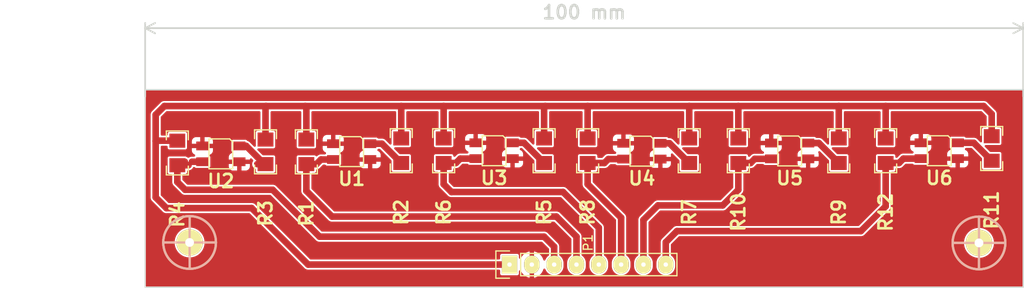
<source format=kicad_pcb>
(kicad_pcb (version 20221018) (generator pcbnew)
  (layers (0 "F.Cu" signal) (31 "B.Cu" signal) (34 "B.Paste" user) (35 "F.Paste" user) (36 "B.SilkS" user "B.Silkscreen") (37 "F.SilkS" user "F.Silkscreen") (38 "B.Mask" user) (39 "F.Mask" user) (44 "Edge.Cuts" user))
  (net 0 "")
  (net 1 "+5V")
  (net 2 "Earth")
  (net 3 "/QR_1")
  (net 4 "/QR_2")
  (net 5 "/QR_3")
  (net 6 "/QR_4")
  (net 7 "/QR_5")
  (net 8 "/QR_6")
  (net 9 "Net-(R2-Pad2)")
  (net 10 "Net-(R3-Pad2)")
  (net 11 "Net-(R5-Pad2)")
  (net 12 "Net-(R7-Pad2)")
  (net 13 "Net-(R9-Pad2)")
  (net 14 "Net-(R11-Pad2)")
  (footprint "EESTN5:QRE1113GR" (layer "F.Cu") (at 226.06 65.9384)
    (fp_text reference "U5" (at 0 3.1) (layer "F.SilkS") (effects (font (size 1.5 1.5) (thickness 0.3))))
    (fp_text value "QRE1113" hide)
    (fp_line (start -1.35 -1.7) (end 1 -1.7) (stroke (width 0.15)) (layer "F.SilkS"))
    (fp_line (start -1.35 1.7) (end -1.35 -1.7) (stroke (width 0.15)) (layer "F.SilkS"))
    (fp_line (start 1 -1.7) (end 1.35 -1.35) (stroke (width 0.15)) (layer "F.SilkS"))
    (fp_line (start 1.35 -1.35) (end 1.35 1.7) (stroke (width 0.15)) (layer "F.SilkS"))
    (fp_line (start 1.35 1.7) (end -1.35 1.7) (stroke (width 0.15)) (layer "F.SilkS"))
    (pad "1" smd rect (at 2.1 -0.9) (size 1.4 1) (layers "F.Cu" "F.Paste" "F.Mask") (net 13 "Net-(R9-Pad2)"))
    (pad "2" smd rect (at -2.1 -0.9) (size 1.4 1) (layers "F.Cu" "F.Paste" "F.Mask") (net 2 "Earth"))
    (pad "3" smd rect (at -2.1 0.9) (size 1.4 1) (layers "F.Cu" "F.Paste" "F.Mask") (net 7 "/QR_5"))
    (pad "4" smd rect (at 2.1 0.9) (size 1.4 1) (layers "F.Cu" "F.Paste" "F.Mask") (net 2 "Earth"))
  )
  (footprint "EESTN5:R_1206" (layer "F.Cu") (at 236.982 65.913 90)
    (fp_text reference "R12" (at -7 0 90) (layer "F.SilkS") (effects (font (size 1.5 1.5) (thickness 0.3))))
    (fp_text value "1k" hide)
    (fp_line (start -2.5 -1.25) (end -2.5 1.25) (stroke (width 0.15)) (layer "F.SilkS"))
    (fp_line (start -2.5 1.25) (end -1.5 1.25) (stroke (width 0.15)) (layer "F.SilkS"))
    (fp_line (start -1.5 -1.25) (end -2.5 -1.25) (stroke (width 0.15)) (layer "F.SilkS"))
    (fp_line (start 1.5 -1.25) (end 2.5 -1.25) (stroke (width 0.15)) (layer "F.SilkS"))
    (fp_line (start 1.5 1.25) (end 2.5 1.25) (stroke (width 0.15)) (layer "F.SilkS"))
    (fp_line (start 2.5 1.25) (end 2.5 -1.25) (stroke (width 0.15)) (layer "F.SilkS"))
    (pad "1" smd rect (at 1.397 0 90) (size 1.6002 1.8034) (layers "F.Cu" "F.Paste" "F.Mask") (net 1 "+5V"))
    (pad "2" smd rect (at -1.397 0 90) (size 1.6002 1.8034) (layers "F.Cu" "F.Paste" "F.Mask") (net 8 "/QR_6"))
  )
  (footprint "EESTN5:R_1206" (layer "F.Cu") (at 249.047 65.659 90)
    (fp_text reference "R11" (at -7 0 90) (layer "F.SilkS") (effects (font (size 1.5 1.5) (thickness 0.3))))
    (fp_text value "100" hide)
    (fp_line (start -2.5 -1.25) (end -2.5 1.25) (stroke (width 0.15)) (layer "F.SilkS"))
    (fp_line (start -2.5 1.25) (end -1.5 1.25) (stroke (width 0.15)) (layer "F.SilkS"))
    (fp_line (start -1.5 -1.25) (end -2.5 -1.25) (stroke (width 0.15)) (layer "F.SilkS"))
    (fp_line (start 1.5 -1.25) (end 2.5 -1.25) (stroke (width 0.15)) (layer "F.SilkS"))
    (fp_line (start 1.5 1.25) (end 2.5 1.25) (stroke (width 0.15)) (layer "F.SilkS"))
    (fp_line (start 2.5 1.25) (end 2.5 -1.25) (stroke (width 0.15)) (layer "F.SilkS"))
    (pad "1" smd rect (at 1.397 0 90) (size 1.6002 1.8034) (layers "F.Cu" "F.Paste" "F.Mask") (net 1 "+5V"))
    (pad "2" smd rect (at -1.397 0 90) (size 1.6002 1.8034) (layers "F.Cu" "F.Paste" "F.Mask") (net 14 "Net-(R11-Pad2)"))
  )
  (footprint "EESTN5:hole_3mm" (layer "F.Cu") (at 157.7848 76.3524)
    (fp_text reference "H2" hide)
    (fp_text value "Mounting_Hole" hide)
    (fp_line (start -3 0) (end 3 0) (stroke (width 0.254)) (layer "B.SilkS"))
    (fp_line (start 0 -3) (end 0 3) (stroke (width 0.254)) (layer "B.SilkS"))
    (fp_circle (center 0 0) (end 3 0) (stroke (width 0.254)) (fill none) (layer "B.SilkS"))
    (fp_line (start -3 0) (end 3 0) (stroke (width 0.254)) (layer "F.SilkS"))
    (fp_line (start 0 -3) (end 0 3) (stroke (width 0.254)) (layer "F.SilkS"))
    (fp_circle (center 0 0) (end 3 0) (stroke (width 0.254)) (fill none) (layer "F.SilkS"))
    (pad "1" thru_hole circle (at 0 0) (size 3 3) (drill 1) (layers "*.Cu" "F.SilkS"))
  )
  (footprint "EESTN5:R_1206" (layer "F.Cu") (at 171.069 66.04 90)
    (fp_text reference "R1" (at -7 0 90) (layer "F.SilkS") (effects (font (size 1.5 1.5) (thickness 0.3))))
    (fp_text value "1k" hide)
    (fp_line (start -2.5 -1.25) (end -2.5 1.25) (stroke (width 0.15)) (layer "F.SilkS"))
    (fp_line (start -2.5 1.25) (end -1.5 1.25) (stroke (width 0.15)) (layer "F.SilkS"))
    (fp_line (start -1.5 -1.25) (end -2.5 -1.25) (stroke (width 0.15)) (layer "F.SilkS"))
    (fp_line (start 1.5 -1.25) (end 2.5 -1.25) (stroke (width 0.15)) (layer "F.SilkS"))
    (fp_line (start 1.5 1.25) (end 2.5 1.25) (stroke (width 0.15)) (layer "F.SilkS"))
    (fp_line (start 2.5 1.25) (end 2.5 -1.25) (stroke (width 0.15)) (layer "F.SilkS"))
    (pad "1" smd rect (at 1.397 0 90) (size 1.6002 1.8034) (layers "F.Cu" "F.Paste" "F.Mask") (net 1 "+5V"))
    (pad "2" smd rect (at -1.397 0 90) (size 1.6002 1.8034) (layers "F.Cu" "F.Paste" "F.Mask") (net 4 "/QR_2"))
  )
  (footprint "EESTN5:Pin_Header_Straight_1x08" (layer "F.Cu") (at 194.183 78.867 90)
    (fp_text reference "P1" (at 2.4892 8.9408 270) (layer "F.SilkS"))
    (fp_text value "Modulo Qre113")
    (fp_line (start -1.55 -1.55) (end 1.55 -1.55) (stroke (width 0.15)) (layer "F.SilkS"))
    (fp_line (start -1.55 0) (end -1.55 -1.55) (stroke (width 0.15)) (layer "F.SilkS"))
    (fp_line (start -1.27 19.05) (end -1.27 1.27) (stroke (width 0.15)) (layer "F.SilkS"))
    (fp_line (start 1.27 1.27) (end -1.27 1.27) (stroke (width 0.15)) (layer "F.SilkS"))
    (fp_line (start 1.27 1.27) (end 1.27 19.05) (stroke (width 0.15)) (layer "F.SilkS"))
    (fp_line (start 1.27 19.05) (end -1.27 19.05) (stroke (width 0.15)) (layer "F.SilkS"))
    (fp_line (start 1.55 -1.55) (end 1.55 0) (stroke (width 0.15)) (layer "F.SilkS"))
    (pad "1" thru_hole rect (at 0 0 90) (size 2.032 1.7272) (drill 0.5) (layers "*.Cu" "*.Mask" "F.SilkS") (net 1 "+5V"))
    (pad "2" thru_hole oval (at 0 2.54 90) (size 2.032 1.7272) (drill 0.5) (layers "*.Cu" "*.Mask" "F.SilkS") (net 2 "Earth"))
    (pad "3" thru_hole oval (at 0 5.08 90) (size 2.032 1.7272) (drill 0.5) (layers "*.Cu" "*.Mask" "F.SilkS") (net 3 "/QR_1"))
    (pad "4" thru_hole oval (at 0 7.62 90) (size 2.032 1.7272) (drill 0.5) (layers "*.Cu" "*.Mask" "F.SilkS") (net 4 "/QR_2"))
    (pad "5" thru_hole oval (at 0 10.16 90) (size 2.032 1.7272) (drill 0.5) (layers "*.Cu" "*.Mask" "F.SilkS") (net 5 "/QR_3"))
    (pad "6" thru_hole oval (at 0 12.7 90) (size 2.032 1.7272) (drill 0.5) (layers "*.Cu" "*.Mask" "F.SilkS") (net 6 "/QR_4"))
    (pad "7" thru_hole oval (at 0 15.24 90) (size 2.032 1.7272) (drill 0.5) (layers "*.Cu" "*.Mask" "F.SilkS") (net 7 "/QR_5"))
    (pad "8" thru_hole oval (at 0 17.78 90) (size 2.032 1.7272) (drill 0.5) (layers "*.Cu" "*.Mask" "F.SilkS") (net 8 "/QR_6"))
  )
  (footprint "EESTN5:R_1206" (layer "F.Cu") (at 181.864 65.913 90)
    (fp_text reference "R2" (at -7 0 90) (layer "F.SilkS") (effects (font (size 1.5 1.5) (thickness 0.3))))
    (fp_text value "100" hide)
    (fp_line (start -2.5 -1.25) (end -2.5 1.25) (stroke (width 0.15)) (layer "F.SilkS"))
    (fp_line (start -2.5 1.25) (end -1.5 1.25) (stroke (width 0.15)) (layer "F.SilkS"))
    (fp_line (start -1.5 -1.25) (end -2.5 -1.25) (stroke (width 0.15)) (layer "F.SilkS"))
    (fp_line (start 1.5 -1.25) (end 2.5 -1.25) (stroke (width 0.15)) (layer "F.SilkS"))
    (fp_line (start 1.5 1.25) (end 2.5 1.25) (stroke (width 0.15)) (layer "F.SilkS"))
    (fp_line (start 2.5 1.25) (end 2.5 -1.25) (stroke (width 0.15)) (layer "F.SilkS"))
    (pad "1" smd rect (at 1.397 0 90) (size 1.6002 1.8034) (layers "F.Cu" "F.Paste" "F.Mask") (net 1 "+5V"))
    (pad "2" smd rect (at -1.397 0 90) (size 1.6002 1.8034) (layers "F.Cu" "F.Paste" "F.Mask") (net 9 "Net-(R2-Pad2)"))
  )
  (footprint "EESTN5:R_1206" (layer "F.Cu") (at 231.648 65.913 90)
    (fp_text reference "R9" (at -7 0 90) (layer "F.SilkS") (effects (font (size 1.5 1.5) (thickness 0.3))))
    (fp_text value "100" hide)
    (fp_line (start -2.5 -1.25) (end -2.5 1.25) (stroke (width 0.15)) (layer "F.SilkS"))
    (fp_line (start -2.5 1.25) (end -1.5 1.25) (stroke (width 0.15)) (layer "F.SilkS"))
    (fp_line (start -1.5 -1.25) (end -2.5 -1.25) (stroke (width 0.15)) (layer "F.SilkS"))
    (fp_line (start 1.5 -1.25) (end 2.5 -1.25) (stroke (width 0.15)) (layer "F.SilkS"))
    (fp_line (start 1.5 1.25) (end 2.5 1.25) (stroke (width 0.15)) (layer "F.SilkS"))
    (fp_line (start 2.5 1.25) (end 2.5 -1.25) (stroke (width 0.15)) (layer "F.SilkS"))
    (pad "1" smd rect (at 1.397 0 90) (size 1.6002 1.8034) (layers "F.Cu" "F.Paste" "F.Mask") (net 1 "+5V"))
    (pad "2" smd rect (at -1.397 0 90) (size 1.6002 1.8034) (layers "F.Cu" "F.Paste" "F.Mask") (net 13 "Net-(R9-Pad2)"))
  )
  (footprint "EESTN5:R_1206" (layer "F.Cu") (at 156.3878 66.167 90)
    (fp_text reference "R4" (at -7 0 90) (layer "F.SilkS") (effects (font (size 1.5 1.5) (thickness 0.3))))
    (fp_text value "1k" hide)
    (fp_line (start -2.5 -1.25) (end -2.5 1.25) (stroke (width 0.15)) (layer "F.SilkS"))
    (fp_line (start -2.5 1.25) (end -1.5 1.25) (stroke (width 0.15)) (layer "F.SilkS"))
    (fp_line (start -1.5 -1.25) (end -2.5 -1.25) (stroke (width 0.15)) (layer "F.SilkS"))
    (fp_line (start 1.5 -1.25) (end 2.5 -1.25) (stroke (width 0.15)) (layer "F.SilkS"))
    (fp_line (start 1.5 1.25) (end 2.5 1.25) (stroke (width 0.15)) (layer "F.SilkS"))
    (fp_line (start 2.5 1.25) (end 2.5 -1.25) (stroke (width 0.15)) (layer "F.SilkS"))
    (pad "1" smd rect (at 1.397 0 90) (size 1.6002 1.8034) (layers "F.Cu" "F.Paste" "F.Mask") (net 1 "+5V"))
    (pad "2" smd rect (at -1.397 0 90) (size 1.6002 1.8034) (layers "F.Cu" "F.Paste" "F.Mask") (net 3 "/QR_1"))
  )
  (footprint "EESTN5:R_1206" (layer "F.Cu") (at 203.073 65.913 90)
    (fp_text reference "R8" (at -7 0 90) (layer "F.SilkS") (effects (font (size 1.5 1.5) (thickness 0.3))))
    (fp_text value "1k" hide)
    (fp_line (start -2.5 -1.25) (end -2.5 1.25) (stroke (width 0.15)) (layer "F.SilkS"))
    (fp_line (start -2.5 1.25) (end -1.5 1.25) (stroke (width 0.15)) (layer "F.SilkS"))
    (fp_line (start -1.5 -1.25) (end -2.5 -1.25) (stroke (width 0.15)) (layer "F.SilkS"))
    (fp_line (start 1.5 -1.25) (end 2.5 -1.25) (stroke (width 0.15)) (layer "F.SilkS"))
    (fp_line (start 1.5 1.25) (end 2.5 1.25) (stroke (width 0.15)) (layer "F.SilkS"))
    (fp_line (start 2.5 1.25) (end 2.5 -1.25) (stroke (width 0.15)) (layer "F.SilkS"))
    (pad "1" smd rect (at 1.397 0 90) (size 1.6002 1.8034) (layers "F.Cu" "F.Paste" "F.Mask") (net 1 "+5V"))
    (pad "2" smd rect (at -1.397 0 90) (size 1.6002 1.8034) (layers "F.Cu" "F.Paste" "F.Mask") (net 6 "/QR_4"))
  )
  (footprint "EESTN5:QRE1113GR" (layer "F.Cu") (at 161.3408 66.2686)
    (fp_text reference "U2" (at 0 3.1) (layer "F.SilkS") (effects (font (size 1.5 1.5) (thickness 0.3))))
    (fp_text value "QRE1113" hide)
    (fp_line (start -1.35 -1.7) (end 1 -1.7) (stroke (width 0.15)) (layer "F.SilkS"))
    (fp_line (start -1.35 1.7) (end -1.35 -1.7) (stroke (width 0.15)) (layer "F.SilkS"))
    (fp_line (start 1 -1.7) (end 1.35 -1.35) (stroke (width 0.15)) (layer "F.SilkS"))
    (fp_line (start 1.35 -1.35) (end 1.35 1.7) (stroke (width 0.15)) (layer "F.SilkS"))
    (fp_line (start 1.35 1.7) (end -1.35 1.7) (stroke (width 0.15)) (layer "F.SilkS"))
    (pad "1" smd rect (at 2.1 -0.9) (size 1.4 1) (layers "F.Cu" "F.Paste" "F.Mask") (net 10 "Net-(R3-Pad2)"))
    (pad "2" smd rect (at -2.1 -0.9) (size 1.4 1) (layers "F.Cu" "F.Paste" "F.Mask") (net 2 "Earth"))
    (pad "3" smd rect (at -2.1 0.9) (size 1.4 1) (layers "F.Cu" "F.Paste" "F.Mask") (net 3 "/QR_1"))
    (pad "4" smd rect (at 2.1 0.9) (size 1.4 1) (layers "F.Cu" "F.Paste" "F.Mask") (net 2 "Earth"))
  )
  (footprint "EESTN5:QRE1113GR" (layer "F.Cu") (at 243.078 65.913)
    (fp_text reference "U6" (at 0 3.1) (layer "F.SilkS") (effects (font (size 1.5 1.5) (thickness 0.3))))
    (fp_text value "QRE1113" hide)
    (fp_line (start -1.35 -1.7) (end 1 -1.7) (stroke (width 0.15)) (layer "F.SilkS"))
    (fp_line (start -1.35 1.7) (end -1.35 -1.7) (stroke (width 0.15)) (layer "F.SilkS"))
    (fp_line (start 1 -1.7) (end 1.35 -1.35) (stroke (width 0.15)) (layer "F.SilkS"))
    (fp_line (start 1.35 -1.35) (end 1.35 1.7) (stroke (width 0.15)) (layer "F.SilkS"))
    (fp_line (start 1.35 1.7) (end -1.35 1.7) (stroke (width 0.15)) (layer "F.SilkS"))
    (pad "1" smd rect (at 2.1 -0.9) (size 1.4 1) (layers "F.Cu" "F.Paste" "F.Mask") (net 14 "Net-(R11-Pad2)"))
    (pad "2" smd rect (at -2.1 -0.9) (size 1.4 1) (layers "F.Cu" "F.Paste" "F.Mask") (net 2 "Earth"))
    (pad "3" smd rect (at -2.1 0.9) (size 1.4 1) (layers "F.Cu" "F.Paste" "F.Mask") (net 8 "/QR_6"))
    (pad "4" smd rect (at 2.1 0.9) (size 1.4 1) (layers "F.Cu" "F.Paste" "F.Mask") (net 2 "Earth"))
  )
  (footprint "EESTN5:QRE1113GR" (layer "F.Cu") (at 176.2252 66.0146)
    (fp_text reference "U1" (at 0 3.1) (layer "F.SilkS") (effects (font (size 1.5 1.5) (thickness 0.3))))
    (fp_text value "QRE1113" hide)
    (fp_line (start -1.35 -1.7) (end 1 -1.7) (stroke (width 0.15)) (layer "F.SilkS"))
    (fp_line (start -1.35 1.7) (end -1.35 -1.7) (stroke (width 0.15)) (layer "F.SilkS"))
    (fp_line (start 1 -1.7) (end 1.35 -1.35) (stroke (width 0.15)) (layer "F.SilkS"))
    (fp_line (start 1.35 -1.35) (end 1.35 1.7) (stroke (width 0.15)) (layer "F.SilkS"))
    (fp_line (start 1.35 1.7) (end -1.35 1.7) (stroke (width 0.15)) (layer "F.SilkS"))
    (pad "1" smd rect (at 2.1 -0.9) (size 1.4 1) (layers "F.Cu" "F.Paste" "F.Mask") (net 9 "Net-(R2-Pad2)"))
    (pad "2" smd rect (at -2.1 -0.9) (size 1.4 1) (layers "F.Cu" "F.Paste" "F.Mask") (net 2 "Earth"))
    (pad "3" smd rect (at -2.1 0.9) (size 1.4 1) (layers "F.Cu" "F.Paste" "F.Mask") (net 4 "/QR_2"))
    (pad "4" smd rect (at 2.1 0.9) (size 1.4 1) (layers "F.Cu" "F.Paste" "F.Mask") (net 2 "Earth"))
  )
  (footprint "EESTN5:R_1206" (layer "F.Cu") (at 220.218 65.913 90)
    (fp_text reference "R10" (at -7 0 90) (layer "F.SilkS") (effects (font (size 1.5 1.5) (thickness 0.3))))
    (fp_text value "1k" hide)
    (fp_line (start -2.5 -1.25) (end -2.5 1.25) (stroke (width 0.15)) (layer "F.SilkS"))
    (fp_line (start -2.5 1.25) (end -1.5 1.25) (stroke (width 0.15)) (layer "F.SilkS"))
    (fp_line (start -1.5 -1.25) (end -2.5 -1.25) (stroke (width 0.15)) (layer "F.SilkS"))
    (fp_line (start 1.5 -1.25) (end 2.5 -1.25) (stroke (width 0.15)) (layer "F.SilkS"))
    (fp_line (start 1.5 1.25) (end 2.5 1.25) (stroke (width 0.15)) (layer "F.SilkS"))
    (fp_line (start 2.5 1.25) (end 2.5 -1.25) (stroke (width 0.15)) (layer "F.SilkS"))
    (pad "1" smd rect (at 1.397 0 90) (size 1.6002 1.8034) (layers "F.Cu" "F.Paste" "F.Mask") (net 1 "+5V"))
    (pad "2" smd rect (at -1.397 0 90) (size 1.6002 1.8034) (layers "F.Cu" "F.Paste" "F.Mask") (net 7 "/QR_5"))
  )
  (footprint "EESTN5:QRE1113GR" (layer "F.Cu") (at 192.4304 65.913)
    (fp_text reference "U3" (at 0 3.1) (layer "F.SilkS") (effects (font (size 1.5 1.5) (thickness 0.3))))
    (fp_text value "QRE1113" hide)
    (fp_line (start -1.35 -1.7) (end 1 -1.7) (stroke (width 0.15)) (layer "F.SilkS"))
    (fp_line (start -1.35 1.7) (end -1.35 -1.7) (stroke (width 0.15)) (layer "F.SilkS"))
    (fp_line (start 1 -1.7) (end 1.35 -1.35) (stroke (width 0.15)) (layer "F.SilkS"))
    (fp_line (start 1.35 -1.35) (end 1.35 1.7) (stroke (width 0.15)) (layer "F.SilkS"))
    (fp_line (start 1.35 1.7) (end -1.35 1.7) (stroke (width 0.15)) (layer "F.SilkS"))
    (pad "1" smd rect (at 2.1 -0.9) (size 1.4 1) (layers "F.Cu" "F.Paste" "F.Mask") (net 11 "Net-(R5-Pad2)"))
    (pad "2" smd rect (at -2.1 -0.9) (size 1.4 1) (layers "F.Cu" "F.Paste" "F.Mask") (net 2 "Earth"))
    (pad "3" smd rect (at -2.1 0.9) (size 1.4 1) (layers "F.Cu" "F.Paste" "F.Mask") (net 5 "/QR_3"))
    (pad "4" smd rect (at 2.1 0.9) (size 1.4 1) (layers "F.Cu" "F.Paste" "F.Mask") (net 2 "Earth"))
  )
  (footprint "EESTN5:R_1206" (layer "F.Cu") (at 166.4208 66.04 90)
    (fp_text reference "R3" (at -7 0 90) (layer "F.SilkS") (effects (font (size 1.5 1.5) (thickness 0.3))))
    (fp_text value "100" hide)
    (fp_line (start -2.5 -1.25) (end -2.5 1.25) (stroke (width 0.15)) (layer "F.SilkS"))
    (fp_line (start -2.5 1.25) (end -1.5 1.25) (stroke (width 0.15)) (layer "F.SilkS"))
    (fp_line (start -1.5 -1.25) (end -2.5 -1.25) (stroke (width 0.15)) (layer "F.SilkS"))
    (fp_line (start 1.5 -1.25) (end 2.5 -1.25) (stroke (width 0.15)) (layer "F.SilkS"))
    (fp_line (start 1.5 1.25) (end 2.5 1.25) (stroke (width 0.15)) (layer "F.SilkS"))
    (fp_line (start 2.5 1.25) (end 2.5 -1.25) (stroke (width 0.15)) (layer "F.SilkS"))
    (pad "1" smd rect (at 1.397 0 90) (size 1.6002 1.8034) (layers "F.Cu" "F.Paste" "F.Mask") (net 1 "+5V"))
    (pad "2" smd rect (at -1.397 0 90) (size 1.6002 1.8034) (layers "F.Cu" "F.Paste" "F.Mask") (net 10 "Net-(R3-Pad2)"))
  )
  (footprint "EESTN5:QRE1113GR" (layer "F.Cu") (at 209.2452 65.9638)
    (fp_text reference "U4" (at 0 3.1) (layer "F.SilkS") (effects (font (size 1.5 1.5) (thickness 0.3))))
    (fp_text value "QRE1113" hide)
    (fp_line (start -1.35 -1.7) (end 1 -1.7) (stroke (width 0.15)) (layer "F.SilkS"))
    (fp_line (start -1.35 1.7) (end -1.35 -1.7) (stroke (width 0.15)) (layer "F.SilkS"))
    (fp_line (start 1 -1.7) (end 1.35 -1.35) (stroke (width 0.15)) (layer "F.SilkS"))
    (fp_line (start 1.35 -1.35) (end 1.35 1.7) (stroke (width 0.15)) (layer "F.SilkS"))
    (fp_line (start 1.35 1.7) (end -1.35 1.7) (stroke (width 0.15)) (layer "F.SilkS"))
    (pad "1" smd rect (at 2.1 -0.9) (size 1.4 1) (layers "F.Cu" "F.Paste" "F.Mask") (net 12 "Net-(R7-Pad2)"))
    (pad "2" smd rect (at -2.1 -0.9) (size 1.4 1) (layers "F.Cu" "F.Paste" "F.Mask") (net 2 "Earth"))
    (pad "3" smd rect (at -2.1 0.9) (size 1.4 1) (layers "F.Cu" "F.Paste" "F.Mask") (net 6 "/QR_4"))
    (pad "4" smd rect (at 2.1 0.9) (size 1.4 1) (layers "F.Cu" "F.Paste" "F.Mask") (net 2 "Earth"))
  )
  (footprint "EESTN5:R_1206" (layer "F.Cu") (at 214.63 65.913 90)
    (fp_text reference "R7" (at -7 0 90) (layer "F.SilkS") (effects (font (size 1.5 1.5) (thickness 0.3))))
    (fp_text value "100" hide)
    (fp_line (start -2.5 -1.25) (end -2.5 1.25) (stroke (width 0.15)) (layer "F.SilkS"))
    (fp_line (start -2.5 1.25) (end -1.5 1.25) (stroke (width 0.15)) (layer "F.SilkS"))
    (fp_line (start -1.5 -1.25) (end -2.5 -1.25) (stroke (width 0.15)) (layer "F.SilkS"))
    (fp_line (start 1.5 -1.25) (end 2.5 -1.25) (stroke (width 0.15)) (layer "F.SilkS"))
    (fp_line (start 1.5 1.25) (end 2.5 1.25) (stroke (width 0.15)) (layer "F.SilkS"))
    (fp_line (start 2.5 1.25) (end 2.5 -1.25) (stroke (width 0.15)) (layer "F.SilkS"))
    (pad "1" smd rect (at 1.397 0 90) (size 1.6002 1.8034) (layers "F.Cu" "F.Paste" "F.Mask") (net 1 "+5V"))
    (pad "2" smd rect (at -1.397 0 90) (size 1.6002 1.8034) (layers "F.Cu" "F.Paste" "F.Mask") (net 12 "Net-(R7-Pad2)"))
  )
  (footprint "EESTN5:R_1206" (layer "F.Cu") (at 198.12 65.913 90)
    (fp_text reference "R5" (at -7 0 90) (layer "F.SilkS") (effects (font (size 1.5 1.5) (thickness 0.3))))
    (fp_text value "100" hide)
    (fp_line (start -2.5 -1.25) (end -2.5 1.25) (stroke (width 0.15)) (layer "F.SilkS"))
    (fp_line (start -2.5 1.25) (end -1.5 1.25) (stroke (width 0.15)) (layer "F.SilkS"))
    (fp_line (start -1.5 -1.25) (end -2.5 -1.25) (stroke (width 0.15)) (layer "F.SilkS"))
    (fp_line (start 1.5 -1.25) (end 2.5 -1.25) (stroke (width 0.15)) (layer "F.SilkS"))
    (fp_line (start 1.5 1.25) (end 2.5 1.25) (stroke (width 0.15)) (layer "F.SilkS"))
    (fp_line (start 2.5 1.25) (end 2.5 -1.25) (stroke (width 0.15)) (layer "F.SilkS"))
    (pad "1" smd rect (at 1.397 0 90) (size 1.6002 1.8034) (layers "F.Cu" "F.Paste" "F.Mask") (net 1 "+5V"))
    (pad "2" smd rect (at -1.397 0 90) (size 1.6002 1.8034) (layers "F.Cu" "F.Paste" "F.Mask") (net 11 "Net-(R5-Pad2)"))
  )
  (footprint "EESTN5:hole_3mm" (layer "F.Cu") (at 247.5992 76.4032)
    (fp_text reference "H1" hide)
    (fp_text value "Mounting_Hole" hide)
    (fp_line (start -3 0) (end 3 0) (stroke (width 0.254)) (layer "B.SilkS"))
    (fp_line (start 0 -3) (end 0 3) (stroke (width 0.254)) (layer "B.SilkS"))
    (fp_circle (center 0 0) (end 3 0) (stroke (width 0.254)) (fill none) (layer "B.SilkS"))
    (fp_line (start -3 0) (end 3 0) (stroke (width 0.254)) (layer "F.SilkS"))
    (fp_line (start 0 -3) (end 0 3) (stroke (width 0.254)) (layer "F.SilkS"))
    (fp_circle (center 0 0) (end 3 0) (stroke (width 0.254)) (fill none) (layer "F.SilkS"))
    (pad "1" thru_hole circle (at 0 0) (size 3 3) (drill 1) (layers "*.Cu" "F.SilkS"))
  )
  (footprint "EESTN5:R_1206" (layer "F.Cu") (at 186.69 65.913 90)
    (fp_text reference "R6" (at -7 0 90) (layer "F.SilkS") (effects (font (size 1.5 1.5) (thickness 0.3))))
    (fp_text value "1k" hide)
    (fp_line (start -2.5 -1.25) (end -2.5 1.25) (stroke (width 0.15)) (layer "F.SilkS"))
    (fp_line (start -2.5 1.25) (end -1.5 1.25) (stroke (width 0.15)) (layer "F.SilkS"))
    (fp_line (start -1.5 -1.25) (end -2.5 -1.25) (stroke (width 0.15)) (layer "F.SilkS"))
    (fp_line (start 1.5 -1.25) (end 2.5 -1.25) (stroke (width 0.15)) (layer "F.SilkS"))
    (fp_line (start 1.5 1.25) (end 2.5 1.25) (stroke (width 0.15)) (layer "F.SilkS"))
    (fp_line (start 2.5 1.25) (end 2.5 -1.25) (stroke (width 0.15)) (layer "F.SilkS"))
    (pad "1" smd rect (at 1.397 0 90) (size 1.6002 1.8034) (layers "F.Cu" "F.Paste" "F.Mask") (net 1 "+5V"))
    (pad "2" smd rect (at -1.397 0 90) (size 1.6002 1.8034) (layers "F.Cu" "F.Paste" "F.Mask") (net 5 "/QR_3"))
  )
  (gr_rect (start 152.7302 58.9788) (end 252.6284 81.4324) (stroke (width 0.15)) (fill none) (layer "Edge.Cuts"))
  (dimension (type aligned) (layer "Edge.Cuts") (pts (xy 152.7302 60.2488) (xy 252.6284 60.2488)) (height -8.2804) (gr_text "100 mm" (at 202.6793 50.1684) (layer "Edge.Cuts") (effects (font (size 1.5 1.5) (thickness 0.3)))) (format (prefix "") (suffix "") (units 3) (units_format 1) (precision 4) (override_value "100")) (style (thickness 0.2) (arrow_length 1.27) (text_position_mode 0) (extension_height 0.58642) (extension_offset 0.5) keep_text_aligned))
  (segment (start 181.864 64.516) (end 181.864 60.833) (width 0.75) (layer "F.Cu") (net 1))
  (segment (start 198.12 64.516) (end 198.12 60.96) (width 0.75) (layer "F.Cu") (net 1))
  (segment (start 153.9748 64.77) (end 153.924 64.8208) (width 0.75) (layer "F.Cu") (net 1))
  (segment (start 220.218 64.516) (end 220.218 60.833) (width 0.75) (layer "F.Cu") (net 1))
  (segment (start 166.4208 64.643) (end 166.4208 60.8838) (width 0.75) (layer "F.Cu") (net 1))
  (segment (start 236.982 60.833) (end 248.1326 60.833) (width 0.75) (layer "F.Cu") (net 1))
  (segment (start 153.924 61.8236) (end 153.924 64.8208) (width 0.75) (layer "F.Cu") (net 1))
  (segment (start 170.942 60.833) (end 181.864 60.833) (width 0.75) (layer "F.Cu") (net 1))
  (segment (start 236.982 64.516) (end 236.982 60.833) (width 0.75) (layer "F.Cu") (net 1))
  (segment (start 171.069 60.96) (end 170.942 60.833) (width 0.75) (layer "F.Cu") (net 1))
  (segment (start 181.864 60.833) (end 186.69 60.833) (width 0.75) (layer "F.Cu") (net 1))
  (segment (start 153.924 64.8208) (end 153.924 71.2216) (width 0.75) (layer "F.Cu") (net 1))
  (segment (start 214.63 64.516) (end 214.63 60.833) (width 0.75) (layer "F.Cu") (net 1))
  (segment (start 166.4716 60.833) (end 154.9146 60.833) (width 0.75) (layer "F.Cu") (net 1))
  (segment (start 198.12 60.96) (end 198.247 60.833) (width 0.75) (layer "F.Cu") (net 1))
  (segment (start 214.63 60.833) (end 220.218 60.833) (width 0.75) (layer "F.Cu") (net 1))
  (segment (start 153.924 71.2216) (end 155.1432 72.4408) (width 0.75) (layer "F.Cu") (net 1))
  (segment (start 203.073 60.833) (end 214.63 60.833) (width 0.75) (layer "F.Cu") (net 1))
  (segment (start 186.69 60.833) (end 198.247 60.833) (width 0.75) (layer "F.Cu") (net 1))
  (segment (start 166.4716 60.833) (end 170.942 60.833) (width 0.75) (layer "F.Cu") (net 1))
  (segment (start 164.846 72.4408) (end 171.2722 78.867) (width 0.75) (layer "F.Cu") (net 1))
  (segment (start 231.648 60.833) (end 236.982 60.833) (width 0.75) (layer "F.Cu") (net 1))
  (segment (start 171.2722 78.867) (end 194.183 78.867) (width 0.75) (layer "F.Cu") (net 1))
  (segment (start 198.247 60.833) (end 203.073 60.833) (width 0.75) (layer "F.Cu") (net 1))
  (segment (start 220.218 60.833) (end 231.648 60.833) (width 0.75) (layer "F.Cu") (net 1))
  (segment (start 155.1432 72.4408) (end 164.846 72.4408) (width 0.75) (layer "F.Cu") (net 1))
  (segment (start 166.4208 60.8838) (end 166.4716 60.833) (width 0.75) (layer "F.Cu") (net 1))
  (segment (start 249.047 61.7474) (end 249.047 64.262) (width 0.75) (layer "F.Cu") (net 1))
  (segment (start 154.9146 60.833) (end 153.924 61.8236) (width 0.75) (layer "F.Cu") (net 1))
  (segment (start 231.648 64.516) (end 231.648 60.833) (width 0.75) (layer "F.Cu") (net 1))
  (segment (start 156.3878 64.77) (end 153.9748 64.77) (width 0.75) (layer "F.Cu") (net 1))
  (segment (start 248.1326 60.833) (end 249.047 61.7474) (width 0.75) (layer "F.Cu") (net 1))
  (segment (start 203.073 64.516) (end 203.073 60.833) (width 0.75) (layer "F.Cu") (net 1))
  (segment (start 171.069 64.643) (end 171.069 60.96) (width 0.75) (layer "F.Cu") (net 1))
  (segment (start 186.69 64.516) (end 186.69 60.833) (width 0.75) (layer "F.Cu") (net 1))
  (segment (start 167.2336 70.358) (end 172.5676 75.692) (width 0.75) (layer "F.Cu") (net 3))
  (segment (start 157.2768 70.358) (end 167.2336 70.358) (width 0.75) (layer "F.Cu") (net 3))
  (segment (start 156.845 67.564) (end 157.2404 67.1686) (width 0.75) (layer "F.Cu") (net 3))
  (segment (start 156.3878 67.564) (end 156.3878 69.469) (width 0.75) (layer "F.Cu") (net 3))
  (segment (start 198.12 75.692) (end 199.263 76.835) (width 0.75) (layer "F.Cu") (net 3))
  (segment (start 199.263 76.835) (end 199.263 78.867) (width 0.75) (layer "F.Cu") (net 3))
  (segment (start 158.0532 67.1686) (end 159.2408 67.1686) (width 0.75) (layer "F.Cu") (net 3))
  (segment (start 156.3878 67.564) (end 157.6578 67.564) (width 0.75) (layer "F.Cu") (net 3))
  (segment (start 156.3878 69.469) (end 157.2768 70.358) (width 0.75) (layer "F.Cu") (net 3))
  (segment (start 172.5676 75.692) (end 198.12 75.692) (width 0.75) (layer "F.Cu") (net 3))
  (segment (start 173.99 73.406) (end 199.517 73.406) (width 0.75) (layer "F.Cu") (net 4))
  (segment (start 171.069 67.437) (end 171.069 70.485) (width 0.75) (layer "F.Cu") (net 4))
  (segment (start 171.069 70.485) (end 173.99 73.406) (width 0.75) (layer "F.Cu") (net 4))
  (segment (start 201.803 75.692) (end 201.803 78.867) (width 0.75) (layer "F.Cu") (net 4))
  (segment (start 171.069 67.437) (end 172.212 67.437) (width 0.75) (layer "F.Cu") (net 4))
  (segment (start 199.517 73.406) (end 201.803 75.692) (width 0.75) (layer "F.Cu") (net 4))
  (segment (start 172.212 67.437) (end 172.7344 66.9146) (width 0.75) (layer "F.Cu") (net 4))
  (segment (start 172.7344 66.9146) (end 174.1252 66.9146) (width 0.75) (layer "F.Cu") (net 4))
  (segment (start 187.579 70.612) (end 200.279 70.612) (width 0.75) (layer "F.Cu") (net 5))
  (segment (start 186.69 69.723) (end 187.579 70.612) (width 0.75) (layer "F.Cu") (net 5))
  (segment (start 200.279 70.612) (end 204.343 74.676) (width 0.75) (layer "F.Cu") (net 5))
  (segment (start 188.584 66.813) (end 190.3304 66.813) (width 0.75) (layer "F.Cu") (net 5))
  (segment (start 186.69 67.31) (end 188.087 67.31) (width 0.75) (layer "F.Cu") (net 5))
  (segment (start 204.343 74.676) (end 204.343 78.867) (width 0.75) (layer "F.Cu") (net 5))
  (segment (start 188.087 67.31) (end 188.584 66.813) (width 0.75) (layer "F.Cu") (net 5))
  (segment (start 186.69 67.31) (end 186.69 69.723) (width 0.75) (layer "F.Cu") (net 5))
  (segment (start 203.073 67.31) (end 204.978 67.31) (width 0.75) (layer "F.Cu") (net 6))
  (segment (start 203.073 67.31) (end 203.073 69.723) (width 0.75) (layer "F.Cu") (net 6))
  (segment (start 206.883 73.533) (end 206.883 78.867) (width 0.75) (layer "F.Cu") (net 6))
  (segment (start 205.4242 66.8638) (end 207.1452 66.8638) (width 0.75) (layer "F.Cu") (net 6))
  (segment (start 203.073 69.723) (end 206.883 73.533) (width 0.75) (layer "F.Cu") (net 6))
  (segment (start 204.978 67.31) (end 205.4242 66.8638) (width 0.75) (layer "F.Cu") (net 6))
  (segment (start 211.074 72.136) (end 209.423 73.787) (width 0.75) (layer "F.Cu") (net 7))
  (segment (start 220.218 67.31) (end 220.218 70.358) (width 0.75) (layer "F.Cu") (net 7))
  (segment (start 209.423 73.787) (end 209.423 78.867) (width 0.75) (layer "F.Cu") (net 7))
  (segment (start 222.0866 66.8384) (end 223.96 66.8384) (width 0.75) (layer "F.Cu") (net 7))
  (segment (start 220.218 67.31) (end 221.615 67.31) (width 0.75) (layer "F.Cu") (net 7))
  (segment (start 221.615 67.31) (end 222.0866 66.8384) (width 0.75) (layer "F.Cu") (net 7))
  (segment (start 218.44 72.136) (end 211.074 72.136) (width 0.75) (layer "F.Cu") (net 7))
  (segment (start 220.218 70.358) (end 218.44 72.136) (width 0.75) (layer "F.Cu") (net 7))
  (segment (start 236.982 67.31) (end 238.506 67.31) (width 0.75) (layer "F.Cu") (net 8))
  (segment (start 239.003 66.813) (end 240.978 66.813) (width 0.75) (layer "F.Cu") (net 8))
  (segment (start 236.982 72.2376) (end 234.1626 75.057) (width 0.75) (layer "F.Cu") (net 8))
  (segment (start 213.233 75.057) (end 211.963 76.327) (width 0.75) (layer "F.Cu") (net 8))
  (segment (start 211.963 76.327) (end 211.963 78.867) (width 0.75) (layer "F.Cu") (net 8))
  (segment (start 238.506 67.31) (end 239.003 66.813) (width 0.75) (layer "F.Cu") (net 8))
  (segment (start 236.982 67.31) (end 236.982 72.2376) (width 0.75) (layer "F.Cu") (net 8))
  (segment (start 234.1626 75.057) (end 213.233 75.057) (width 0.75) (layer "F.Cu") (net 8))
  (segment (start 179.6686 65.1146) (end 181.864 67.31) (width 0.75) (layer "F.Cu") (net 9))
  (segment (start 178.3252 65.1146) (end 179.6686 65.1146) (width 0.75) (layer "F.Cu") (net 9))
  (segment (start 163.4408 65.3686) (end 164.2254 65.3686) (width 0.75) (layer "F.Cu") (net 10))
  (segment (start 164.2254 65.3686) (end 166.2938 67.437) (width 0.75) (layer "F.Cu") (net 10))
  (segment (start 165.481 67.437) (end 165.608 67.437) (width 0.75) (layer "F.Cu") (net 10))
  (segment (start 195.823 65.013) (end 198.12 67.31) (width 0.75) (layer "F.Cu") (net 11))
  (segment (start 194.5304 65.013) (end 195.823 65.013) (width 0.75) (layer "F.Cu") (net 11))
  (segment (start 211.3452 65.0638) (end 212.3838 65.0638) (width 0.75) (layer "F.Cu") (net 12))
  (segment (start 212.3838 65.0638) (end 214.63 67.31) (width 0.75) (layer "F.Cu") (net 12))
  (segment (start 229.3764 65.0384) (end 231.648 67.31) (width 0.75) (layer "F.Cu") (net 13))
  (segment (start 228.16 65.0384) (end 229.3764 65.0384) (width 0.75) (layer "F.Cu") (net 13))
  (segment (start 247.004 65.013) (end 249.047 67.056) (width 0.75) (layer "F.Cu") (net 14))
  (segment (start 245.178 65.013) (end 247.004 65.013) (width 0.75) (layer "F.Cu") (net 14))
  (zone (net 2) (net_name "Earth") (layer "F.Cu") (connect_pads (clearance 0.2)) (min_thickness 0.25) (fill yes (thermal_gap 0.5) (thermal_bridge_width 0.5))
    (polygon (pts (xy 152.654 59.182) (xy 152.527 81.534) (xy 252.603 81.407) (xy 252.603 59.055) (xy 152.781 59.055)))
  )
)
</source>
